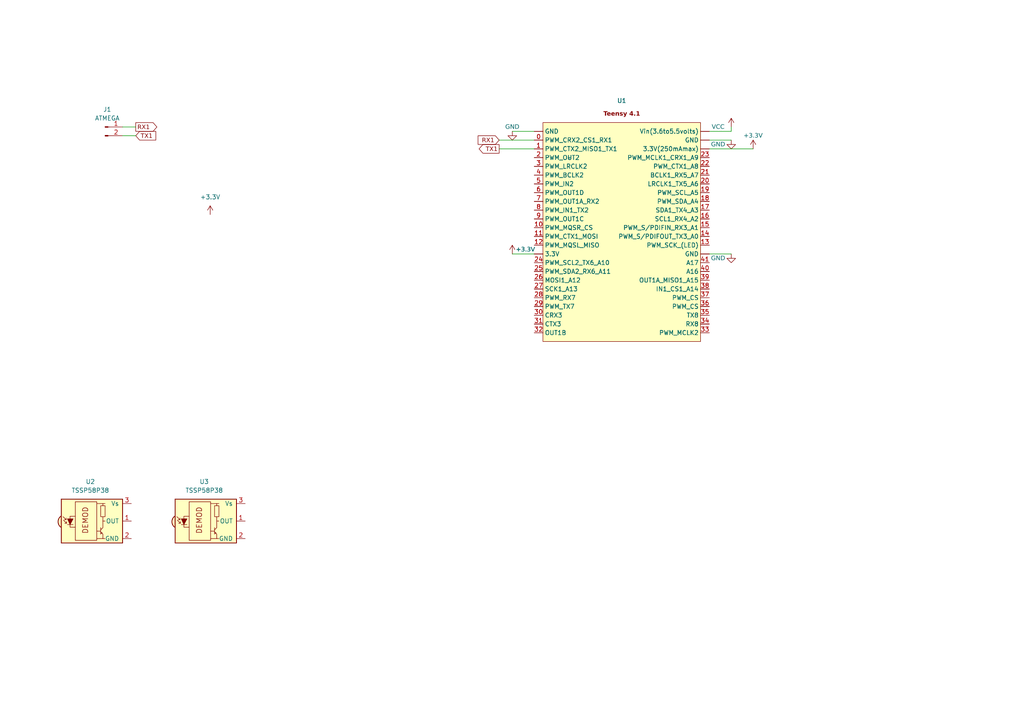
<source format=kicad_sch>
(kicad_sch (version 20230121) (generator eeschema)
  (paper "A4")
  (lib_symbols
    (symbol "@admixSymbols:teensy_4.1"
      (property "Reference" "U" (at 0 -5.08 0))
      (symbol "teensy_4.1_1_1"
        (rectangle (start -22.86 33.02) (end 22.86 -30.48) (fill (type background)))
        (text "Teensy 4.1" (at 0 35.56 0) (effects (font (size 1.27 1.27) bold)))
        (pin passive line (at -25.4 -5.08 0) (length 2.54) (name "3.3V") (number ""))
        (pin passive line (at 25.4 25.4 180) (length 2.54) (name "3.3V(250mAmax)") (number ""))
        (pin passive line (at -25.4 30.48 0) (length 2.54) (name "GND") (number ""))
        (pin passive line (at 25.4 -5.08 180) (length 2.54) (name "GND") (number ""))
        (pin passive line (at 25.4 27.94 180) (length 2.54) (name "GND") (number ""))
        (pin passive line (at 25.4 30.48 180) (length 2.54) (name "Vin(3.6to5.5volts)") (number ""))
        (pin passive line (at -25.4 27.94 0) (length 2.54) (name "PWM_CRX2_CS1_RX1") (number "0"))
        (pin passive line (at -25.4 25.4 0) (length 2.54) (name "PWM_CTX2_MISO1_TX1") (number "1"))
        (pin passive line (at -25.4 2.54 0) (length 2.54) (name "PWM_MQSR_CS") (number "10"))
        (pin passive line (at -25.4 0 0) (length 2.54) (name "PWM_CTX1_MOSI") (number "11"))
        (pin passive line (at -25.4 -2.54 0) (length 2.54) (name "PWM_MQSL_MISO") (number "12"))
        (pin passive line (at 25.4 -2.54 180) (length 2.54) (name "PWM_SCK_(LED)") (number "13"))
        (pin passive line (at 25.4 0 180) (length 2.54) (name "PWM_S/PDIFOUT_TX3_A0") (number "14"))
        (pin passive line (at 25.4 2.54 180) (length 2.54) (name "PWM_S/PDIFIN_RX3_A1") (number "15"))
        (pin passive line (at 25.4 5.08 180) (length 2.54) (name "SCL1_RX4_A2") (number "16"))
        (pin passive line (at 25.4 7.62 180) (length 2.54) (name "SDA1_TX4_A3") (number "17"))
        (pin passive line (at 25.4 10.16 180) (length 2.54) (name "PWM_SDA_A4") (number "18"))
        (pin passive line (at 25.4 12.7 180) (length 2.54) (name "PWM_SCL_A5") (number "19"))
        (pin passive line (at -25.4 22.86 0) (length 2.54) (name "PWM_OUT2") (number "2"))
        (pin passive line (at 25.4 15.24 180) (length 2.54) (name "LRCLK1_TX5_A6") (number "20"))
        (pin passive line (at 25.4 17.78 180) (length 2.54) (name "BCLK1_RX5_A7") (number "21"))
        (pin passive line (at 25.4 20.32 180) (length 2.54) (name "PWM_CTX1_A8") (number "22"))
        (pin passive line (at 25.4 22.86 180) (length 2.54) (name "PWM_MCLK1_CRX1_A9") (number "23"))
        (pin passive line (at -25.4 -7.62 0) (length 2.54) (name "PWM_SCL2_TX6_A10") (number "24"))
        (pin passive line (at -25.4 -10.16 0) (length 2.54) (name "PWM_SDA2_RX6_A11") (number "25"))
        (pin passive line (at -25.4 -12.7 0) (length 2.54) (name "MOSI1_A12") (number "26"))
        (pin passive line (at -25.4 -15.24 0) (length 2.54) (name "SCK1_A13") (number "27"))
        (pin passive line (at -25.4 -17.78 0) (length 2.54) (name "PWM_RX7") (number "28"))
        (pin passive line (at -25.4 -20.32 0) (length 2.54) (name "PWM_TX7") (number "29"))
        (pin passive line (at -25.4 20.32 0) (length 2.54) (name "PWM_LRCLK2") (number "3"))
        (pin passive line (at -25.4 -22.86 0) (length 2.54) (name "CRX3") (number "30"))
        (pin passive line (at -25.4 -25.4 0) (length 2.54) (name "CTX3") (number "31"))
        (pin passive line (at -25.4 -27.94 0) (length 2.54) (name "OUT1B") (number "32"))
        (pin passive line (at 25.4 -27.94 180) (length 2.54) (name "PWM_MCLK2") (number "33"))
        (pin passive line (at 25.4 -25.4 180) (length 2.54) (name "RX8") (number "34"))
        (pin passive line (at 25.4 -22.86 180) (length 2.54) (name "TX8") (number "35"))
        (pin passive line (at 25.4 -20.32 180) (length 2.54) (name "PWM_CS") (number "36"))
        (pin passive line (at 25.4 -17.78 180) (length 2.54) (name "PWM_CS") (number "37"))
        (pin passive line (at 25.4 -15.24 180) (length 2.54) (name "IN1_CS1_A14") (number "38"))
        (pin passive line (at 25.4 -12.7 180) (length 2.54) (name "OUT1A_MISO1_A15") (number "39"))
        (pin passive line (at -25.4 17.78 0) (length 2.54) (name "PWM_BCLK2") (number "4"))
        (pin passive line (at 25.4 -10.16 180) (length 2.54) (name "A16") (number "40"))
        (pin passive line (at 25.4 -7.62 180) (length 2.54) (name "A17") (number "41"))
        (pin passive line (at -25.4 15.24 0) (length 2.54) (name "PWM_IN2") (number "5"))
        (pin passive line (at -25.4 12.7 0) (length 2.54) (name "PWM_OUT1D") (number "6"))
        (pin passive line (at -25.4 10.16 0) (length 2.54) (name "PWM_OUT1A_RX2") (number "7"))
        (pin passive line (at -25.4 7.62 0) (length 2.54) (name "PWM_IN1_TX2") (number "8"))
        (pin passive line (at -25.4 5.08 0) (length 2.54) (name "PWM_OUT1C") (number "9"))
      )
    )
    (symbol "Connector:Conn_01x02_Pin" (pin_names (offset 1.016) hide)
      (property "Reference" "J" (at 0 2.54 0))
      (property "Value" "Conn_01x02_Pin" (at 0 -5.08 0))
      (symbol "Conn_01x02_Pin_1_1"
        (polyline (pts (xy 1.27 -2.54) (xy 0.8636 -2.54)) (stroke (width 0.1524)))
        (polyline (pts (xy 1.27 0) (xy 0.8636 0)) (stroke (width 0.1524)))
        (rectangle (start 0.8636 -2.413) (end 0 -2.667) (stroke (width 0.1524)) (fill (type outline)))
        (rectangle (start 0.8636 0.127) (end 0 -0.127) (stroke (width 0.1524)) (fill (type outline)))
        (pin passive line (at 5.08 0 180) (length 3.81) (name "Pin_1") (number "1"))
        (pin passive line (at 5.08 -2.54 180) (length 3.81) (name "Pin_2") (number "2"))
      )
    )
    (symbol "Sensor_Proximity:TSSP58P38" (pin_names (offset 1.016))
      (property "Reference" "U" (at -10.16 7.62 0))
      (property "Value" "TSSP58P38" (at -10.16 -7.62 0))
      (symbol "TSSP58P38_0_0"
        (arc (start -10.287 1.397) (mid -11.0899 -0.1852) (end -10.287 -1.778) (stroke (width 0.254)) (fill (type background)))
        (polyline (pts (xy 1.905 -5.08) (xy 0.127 -5.08)))
        (polyline (pts (xy 1.905 5.08) (xy 0.127 5.08)))
        (text "DEMOD" (at -3.175 0.254 900) (effects (font (size 1.524 1.524))))
      )
      (symbol "TSSP58P38_0_1"
        (rectangle (start -6.096 5.588) (end 0.127 -5.588))
        (polyline (pts (xy -8.763 0.381) (xy -9.652 1.27)))
        (polyline (pts (xy -8.763 0.381) (xy -9.271 0.381)))
        (polyline (pts (xy -8.763 0.381) (xy -8.763 0.889)))
        (polyline (pts (xy -8.636 -0.635) (xy -9.525 0.254)))
        (polyline (pts (xy -8.636 -0.635) (xy -9.144 -0.635)))
        (polyline (pts (xy -8.636 -0.635) (xy -8.636 -0.127)))
        (polyline (pts (xy -8.382 -1.016) (xy -6.731 -1.016)))
        (polyline (pts (xy 1.27 -2.921) (xy 0.127 -2.921)))
        (polyline (pts (xy 1.27 -1.905) (xy 1.27 -3.81)))
        (polyline (pts (xy 1.397 -3.556) (xy 1.524 -3.556)))
        (polyline (pts (xy 1.651 -3.556) (xy 1.524 -3.556)))
        (polyline (pts (xy 1.651 -3.556) (xy 1.651 -3.302)))
        (polyline (pts (xy 1.905 0) (xy 1.905 1.27)))
        (polyline (pts (xy 1.905 4.445) (xy 1.905 5.08) (xy 2.54 5.08)))
        (polyline (pts (xy -8.382 0.635) (xy -6.731 0.635) (xy -7.62 -1.016) (xy -8.382 0.635)) (fill (type outline)))
        (polyline (pts (xy -6.096 1.397) (xy -7.62 1.397) (xy -7.62 -1.778) (xy -6.096 -1.778)))
        (polyline (pts (xy 1.27 -3.175) (xy 1.905 -3.81) (xy 1.905 -5.08) (xy 2.54 -5.08)))
        (polyline (pts (xy 1.27 -2.54) (xy 1.905 -1.905) (xy 1.905 0) (xy 2.54 0)))
        (rectangle (start 2.54 1.27) (end 1.27 4.445))
        (rectangle (start 7.62 6.35) (end -10.16 -6.35) (stroke (width 0.254)) (fill (type background)))
      )
      (symbol "TSSP58P38_1_1"
        (pin output line (at 10.16 0 180) (length 2.54) (name "OUT") (number "1"))
        (pin power_in line (at 10.16 -5.08 180) (length 2.54) (name "GND") (number "2"))
        (pin power_in line (at 10.16 5.08 180) (length 2.54) (name "Vs") (number "3"))
      )
    )
    (symbol "power:+3.3V" (power) (pin_names (offset 0))
      (property "Value" "+3.3V" (at 0 3.556 0))
      (symbol "+3.3V_0_1"
        (polyline (pts (xy -0.762 1.27) (xy 0 2.54)))
        (polyline (pts (xy 0 0) (xy 0 2.54)))
        (polyline (pts (xy 0 2.54) (xy 0.762 1.27)))
      )
      (symbol "+3.3V_1_1"
        (pin power_in line (at 0 0 90) (length 0) hide (name "+3.3V") (number "1"))
      )
    )
    (symbol "power:GND" (power) (pin_names (offset 0))
      (property "Value" "GND" (at 0 -3.81 0))
      (symbol "GND_0_1"
        (polyline (pts (xy 0 0) (xy 0 -1.27) (xy 1.27 -1.27) (xy 0 -2.54) (xy -1.27 -1.27) (xy 0 -1.27)))
      )
      (symbol "GND_1_1"
        (pin power_in line (at 0 0 270) (length 0) hide (name "GND") (number "1"))
      )
    )
    (symbol "power:VCC" (power) (pin_names (offset 0))
      (property "Value" "VCC" (at 0 3.81 0))
      (symbol "VCC_0_1"
        (polyline (pts (xy -0.762 1.27) (xy 0 2.54)))
        (polyline (pts (xy 0 0) (xy 0 2.54)))
        (polyline (pts (xy 0 2.54) (xy 0.762 1.27)))
      )
      (symbol "VCC_1_1"
        (pin power_in line (at 0 0 90) (length 0) hide (name "VCC") (number "1"))
      )
    )
  )
  (wire (pts (xy 35.56 36.83) (xy 39.37 36.83)))
  (wire (pts (xy 144.78 43.18) (xy 154.94 43.18)))
  (wire (pts (xy 35.56 39.37) (xy 39.37 39.37)))
  (wire (pts (xy 212.09 38.1) (xy 212.09 36.83)))
  (wire (pts (xy 205.74 38.1) (xy 212.09 38.1)))
  (wire (pts (xy 148.59 38.1) (xy 154.94 38.1)))
  (wire (pts (xy 205.74 43.18) (xy 218.44 43.18)))
  (wire (pts (xy 144.78 40.64) (xy 154.94 40.64)))
  (wire (pts (xy 212.09 40.64) (xy 205.74 40.64)))
  (wire (pts (xy 148.59 73.66) (xy 154.94 73.66)))
  (wire (pts (xy 212.09 73.66) (xy 205.74 73.66)))
  (global_label "RX1" (shape output) (at 39.37 36.83 0) (property "Intersheetrefs" "${INTERSHEET_REFS}" (effects hide)))
  (global_label "RX1" (shape input) (at 144.78 40.64 180) (property "Intersheetrefs" "${INTERSHEET_REFS}" (effects hide)))
  (global_label "TX1" (shape output) (at 144.78 43.18 180) (property "Intersheetrefs" "${INTERSHEET_REFS}" (effects hide)))
  (global_label "TX1" (shape input) (at 39.37 39.37 0) (property "Intersheetrefs" "${INTERSHEET_REFS}" (effects hide)))
  (symbol (lib_id "power:GND") (at 148.59 38.1 0) (unit 1)
    (property "Reference" "#PWR01" (effects hide))
    (property "Value" "GND" (at 148.59 36.83 0))
  )
  (symbol (lib_id "Sensor_Proximity:TSSP58P38") (at 27.94 151.13 0) (unit 1)
    (property "Reference" "U2" (at 26.205 139.7 0))
    (property "Value" "TSSP58P38" (at 26.205 142.24 0))
    (property "Footprint" "OptoDevice:Vishay_MINICAST-3Pin" (effects hide))
    (property "Datasheet" "http://www.vishay.com/docs/82462/tsop581.pdf" (effects hide))
  )
  (symbol (lib_id "power:GND") (at 212.09 73.66 0) (unit 1)
    (property "Reference" "#PWR03" (effects hide))
    (property "Value" "GND" (at 208.28 74.93 0))
  )
  (symbol (lib_id "@admixSymbols:teensy_4.1") (at 180.34 68.58 0) (unit 1)
    (property "Reference" "U1" (at 180.34 29.21 0))
    (property "Value" "~" (at 165.1 45.72 0))
  )
  (symbol (lib_id "power:+3.3V") (at 60.96 62.23 0) (unit 1)
    (property "Reference" "#PWR07" (effects hide))
    (property "Value" "+3.3V" (at 60.96 57.15 0))
  )
  (symbol (lib_id "power:GND") (at 212.09 40.64 0) (unit 1)
    (property "Reference" "#PWR02" (effects hide))
    (property "Value" "GND" (at 208.28 41.91 0))
  )
  (symbol (lib_id "power:+3.3V") (at 218.44 43.18 0) (unit 1)
    (property "Reference" "#PWR06" (effects hide))
    (property "Value" "+3.3V" (at 218.44 39.37 0))
  )
  (symbol (lib_id "power:+3.3V") (at 148.59 73.66 0) (unit 1)
    (property "Reference" "#PWR05" (effects hide))
    (property "Value" "+3.3V" (at 152.4 72.39 0))
  )
  (symbol (lib_id "power:VCC") (at 212.09 36.83 0) (unit 1)
    (property "Reference" "#PWR04" (effects hide))
    (property "Value" "VCC" (at 208.28 36.83 0))
  )
  (symbol (lib_id "Connector:Conn_01x02_Pin") (at 30.48 36.83 0) (unit 1)
    (property "Reference" "J1" (at 31.115 31.75 0))
    (property "Value" "ATMEGA" (at 31.115 34.29 0))
  )
  (symbol (lib_id "Sensor_Proximity:TSSP58P38") (at 60.96 151.13 0) (unit 1)
    (property "Reference" "U3" (at 59.225 139.7 0))
    (property "Value" "TSSP58P38" (at 59.225 142.24 0))
    (property "Footprint" "OptoDevice:Vishay_MINICAST-3Pin" (effects hide))
    (property "Datasheet" "http://www.vishay.com/docs/82462/tsop581.pdf" (effects hide))
  )
)
</source>
